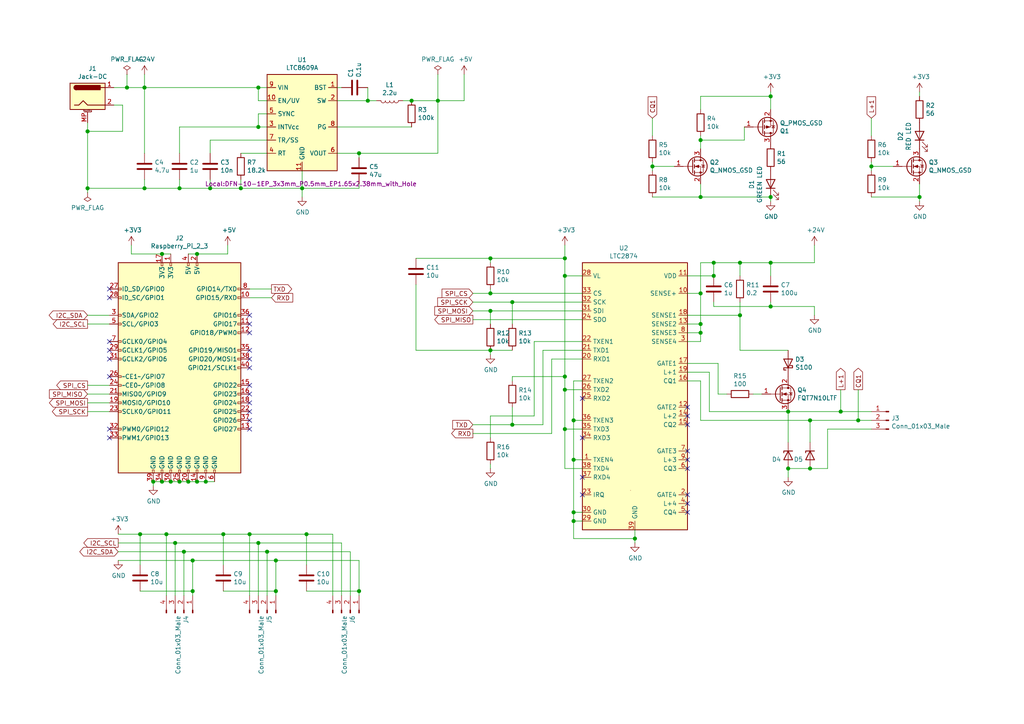
<source format=kicad_sch>
(kicad_sch (version 20210621) (generator eeschema)
  (paper "A4")
  (lib_symbols
    (symbol "Connector:Barrel_Jack_MountingPin" (pin_names hide)
      (property "Reference" "J" (at 0 5.334 0))
      (property "Value" "Barrel_Jack_MountingPin" (at 1.27 -6.35 0))
      (symbol "Barrel_Jack_MountingPin_1_1"
        (text "Mounting" (at 0 -4.191 0) (effects (font (size 0.381 0.381))))
        (pin passive line (at 7.62 2.54 180) (length 2.54) (name "~") (number "1"))
        (pin passive line (at 7.62 -2.54 180) (length 2.54) (name "~") (number "2"))
        (pin passive line (at 0 -7.62 90) (length 3.048) (name "MountPin") (number "MP"))
      )
    )
    (symbol "Connector:Conn_01x03_Male" (pin_names (offset 1.016) hide)
      (property "Reference" "J" (at 0 5.08 0))
      (property "Value" "Conn_01x03_Male" (at 0 -5.08 0))
      (symbol "Conn_01x03_Male_1_1"
        (pin passive line (at 5.08 2.54 180) (length 3.81) (name "Pin_1") (number "1"))
        (pin passive line (at 5.08 0 180) (length 3.81) (name "Pin_2") (number "2"))
        (pin passive line (at 5.08 -2.54 180) (length 3.81) (name "Pin_3") (number "3"))
      )
    )
    (symbol "Connector:Conn_01x04_Male" (pin_names (offset 1.016) hide)
      (property "Reference" "J" (at 0 5.08 0))
      (property "Value" "Conn_01x04_Male" (at 0 -7.62 0))
      (symbol "Conn_01x04_Male_1_1"
        (pin passive line (at 5.08 2.54 180) (length 3.81) (name "Pin_1") (number "1"))
        (pin passive line (at 5.08 0 180) (length 3.81) (name "Pin_2") (number "2"))
        (pin passive line (at 5.08 -2.54 180) (length 3.81) (name "Pin_3") (number "3"))
        (pin passive line (at 5.08 -5.08 180) (length 3.81) (name "Pin_4") (number "4"))
      )
    )
    (symbol "Device:C" (pin_numbers hide) (pin_names (offset 0.254))
      (property "Reference" "C" (at 0.635 2.54 0))
      (property "Value" "C" (at 0.635 -2.54 0))
      (symbol "C_1_1"
        (pin passive line (at 0 3.81 270) (length 2.794) (name "~") (number "1"))
        (pin passive line (at 0 -3.81 90) (length 2.794) (name "~") (number "2"))
      )
    )
    (symbol "Device:D_Schottky" (pin_numbers hide) (pin_names (offset 1.016) hide)
      (property "Reference" "D" (at 0 2.54 0))
      (property "Value" "D_Schottky" (at 0 -2.54 0))
      (symbol "D_Schottky_1_1"
        (pin passive line (at -3.81 0 0) (length 2.54) (name "K") (number "1"))
        (pin passive line (at 3.81 0 180) (length 2.54) (name "A") (number "2"))
      )
    )
    (symbol "Device:D_Zener" (pin_numbers hide) (pin_names (offset 1.016) hide)
      (property "Reference" "D" (at 0 2.54 0))
      (property "Value" "D_Zener" (at 0 -2.54 0))
      (symbol "D_Zener_1_1"
        (pin passive line (at -3.81 0 0) (length 2.54) (name "K") (number "1"))
        (pin passive line (at 3.81 0 180) (length 2.54) (name "A") (number "2"))
      )
    )
    (symbol "Device:L" (pin_numbers hide) (pin_names (offset 1.016) hide)
      (property "Reference" "L" (at -1.27 0 90))
      (property "Value" "L" (at 1.905 0 90))
      (symbol "L_1_1"
        (pin passive line (at 0 3.81 270) (length 1.27) (name "1") (number "1"))
        (pin passive line (at 0 -3.81 90) (length 1.27) (name "2") (number "2"))
      )
    )
    (symbol "Device:LED" (pin_numbers hide) (pin_names (offset 1.016) hide)
      (property "Reference" "D" (at 0 2.54 0))
      (property "Value" "LED" (at 0 -2.54 0))
      (symbol "LED_1_1"
        (pin passive line (at -3.81 0 0) (length 2.54) (name "K") (number "1"))
        (pin passive line (at 3.81 0 180) (length 2.54) (name "A") (number "2"))
      )
    )
    (symbol "Device:Q_NMOS_GDS" (pin_names (offset 0) hide)
      (property "Reference" "Q" (at 5.08 1.27 0))
      (property "Value" "Q_NMOS_GDS" (at 5.08 -1.27 0))
      (symbol "Q_NMOS_GDS_1_1"
        (pin input line (at -5.08 0 0) (length 2.54) (name "G") (number "1"))
        (pin passive line (at 2.54 5.08 270) (length 2.54) (name "D") (number "2"))
        (pin passive line (at 2.54 -5.08 90) (length 2.54) (name "S") (number "3"))
      )
    )
    (symbol "Device:Q_NMOS_GSD" (pin_names (offset 0) hide)
      (property "Reference" "Q" (at 5.08 1.27 0))
      (property "Value" "Q_NMOS_GSD" (at 5.08 -1.27 0))
      (symbol "Q_NMOS_GSD_1_1"
        (pin input line (at -5.08 0 0) (length 2.54) (name "G") (number "1"))
        (pin passive line (at 2.54 -5.08 90) (length 2.54) (name "S") (number "2"))
        (pin passive line (at 2.54 5.08 270) (length 2.54) (name "D") (number "3"))
      )
    )
    (symbol "Device:Q_PMOS_GSD" (pin_names (offset 0) hide)
      (property "Reference" "Q" (at 5.08 1.27 0))
      (property "Value" "Q_PMOS_GSD" (at 5.08 -1.27 0))
      (symbol "Q_PMOS_GSD_1_1"
        (pin input line (at -5.08 0 0) (length 2.54) (name "G") (number "1"))
        (pin passive line (at 2.54 -5.08 90) (length 2.54) (name "S") (number "2"))
        (pin passive line (at 2.54 5.08 270) (length 2.54) (name "D") (number "3"))
      )
    )
    (symbol "Device:R" (pin_numbers hide) (pin_names (offset 0))
      (property "Reference" "R" (at 2.032 0 90))
      (property "Value" "R" (at 0 0 90))
      (symbol "R_1_1"
        (pin passive line (at 0 3.81 270) (length 1.27) (name "~") (number "1"))
        (pin passive line (at 0 -3.81 90) (length 1.27) (name "~") (number "2"))
      )
    )
    (symbol "Local:LTC2874"
      (property "Reference" "U" (at -15.24 8.89 0))
      (property "Value" "LTC2874" (at 4.064 8.89 0))
      (symbol "LTC2874_1_1"
        (pin input line (at -15.24 -49.53 0) (length 2.54) (name "TXEN4") (number "1"))
        (pin input line (at 15.24 -1.27 180) (length 2.54) (name "SENSE+") (number "10"))
        (pin power_in line (at 15.24 3.81 180) (length 2.54) (name "VDD") (number "11"))
        (pin input line (at 15.24 -34.29 180) (length 2.54) (name "GATE2") (number "12"))
        (pin input line (at 15.24 -10.16 180) (length 2.54) (name "SENSE2") (number "13"))
        (pin passive line (at 15.24 -36.83 180) (length 2.54) (name "L+2") (number "14"))
        (pin bidirectional line (at 15.24 -39.37 180) (length 2.54) (name "CQ2") (number "15"))
        (pin bidirectional line (at 15.24 -26.67 180) (length 2.54) (name "CQ1") (number "16"))
        (pin output line (at 15.24 -21.59 180) (length 2.54) (name "GATE1") (number "17"))
        (pin input line (at 15.24 -7.62 180) (length 2.54) (name "SENSE1") (number "18"))
        (pin passive line (at 15.24 -24.13 180) (length 2.54) (name "L+1") (number "19"))
        (pin bidirectional line (at 15.24 -59.69 180) (length 2.54) (name "GATE4") (number "2"))
        (pin output line (at -15.24 -20.32 0) (length 2.54) (name "RXD1") (number "20"))
        (pin input line (at -15.24 -17.78 0) (length 2.54) (name "TXD1") (number "21"))
        (pin input line (at -15.24 -15.24 0) (length 2.54) (name "TXEN1") (number "22"))
        (pin open_collector line (at -15.24 -59.69 0) (length 2.54) (name "IRQ") (number "23"))
        (pin output line (at -15.24 -8.89 0) (length 2.54) (name "SDO") (number "24"))
        (pin output line (at -15.24 -31.75 0) (length 2.54) (name "RXD2") (number "25"))
        (pin input line (at -15.24 -29.21 0) (length 2.54) (name "TXD2") (number "26"))
        (pin input line (at -15.24 -26.67 0) (length 2.54) (name "TXEN2") (number "27"))
        (pin power_in line (at -15.24 3.81 0) (length 2.54) (name "VL") (number "28"))
        (pin power_in line (at -15.24 -67.31 0) (length 2.54) (name "GND") (number "29"))
        (pin input line (at 15.24 -15.24 180) (length 2.54) (name "SENSE4") (number "3"))
        (pin power_in line (at -15.24 -64.77 0) (length 2.54) (name "GND") (number "30"))
        (pin input line (at -15.24 -6.35 0) (length 2.54) (name "SDI") (number "31"))
        (pin input line (at -15.24 -3.81 0) (length 2.54) (name "SCK") (number "32"))
        (pin input line (at -15.24 -1.27 0) (length 2.54) (name "CS") (number "33"))
        (pin output line (at -15.24 -43.18 0) (length 2.54) (name "RXD3") (number "34"))
        (pin input line (at -15.24 -40.64 0) (length 2.54) (name "TXD3") (number "35"))
        (pin input line (at -15.24 -38.1 0) (length 2.54) (name "TXEN3") (number "36"))
        (pin output line (at -15.24 -54.61 0) (length 2.54) (name "RXD4") (number "37"))
        (pin input line (at -15.24 -52.07 0) (length 2.54) (name "TXD4") (number "38"))
        (pin power_in line (at 0 -69.85 90) (length 2.54) (name "GND") (number "39"))
        (pin passive line (at 15.24 -62.23 180) (length 2.54) (name "L+4") (number "4"))
        (pin bidirectional line (at 15.24 -64.77 180) (length 2.54) (name "CQ4") (number "5"))
        (pin bidirectional line (at 15.24 -52.07 180) (length 2.54) (name "CQ3") (number "6"))
        (pin output line (at 15.24 -46.99 180) (length 2.54) (name "GATE3") (number "7"))
        (pin input line (at 15.24 -12.7 180) (length 2.54) (name "SENSE3") (number "8"))
        (pin passive line (at 15.24 -49.53 180) (length 2.54) (name "L+3") (number "9"))
      )
    )
    (symbol "Local:LTC8609-5"
      (property "Reference" "U" (at -8.89 19.05 0))
      (property "Value" "LTC8609-5" (at 5.08 19.05 0))
      (symbol "LTC8609-5_1_1"
        (pin passive line (at 10.16 13.97 180) (length 2.54) (name "BST") (number "1"))
        (pin input line (at -10.16 10.16 0) (length 2.54) (name "EN/UV") (number "10"))
        (pin power_in line (at 0 -10.16 90) (length 2.54) (name "GND") (number "11"))
        (pin power_out line (at 10.16 10.16 180) (length 2.54) (name "SW") (number "2"))
        (pin passive line (at -10.16 2.54 0) (length 2.54) (name "INTVcc") (number "3"))
        (pin passive line (at -10.16 -5.08 0) (length 2.54) (name "RT") (number "4"))
        (pin input line (at -10.16 6.35 0) (length 2.54) (name "SYNC") (number "5"))
        (pin passive line (at 10.16 -5.08 180) (length 2.54) (name "VOUT") (number "6"))
        (pin passive line (at -10.16 -1.27 0) (length 2.54) (name "TR/SS") (number "7"))
        (pin open_collector line (at 10.16 2.54 180) (length 2.54) (name "PG") (number "8"))
        (pin power_in line (at -10.16 13.97 0) (length 2.54) (name "VIN") (number "9"))
      )
    )
    (symbol "Local:Raspberry_Pi_2_3_edit" (pin_names (offset 1.016))
      (property "Reference" "J" (at -17.78 31.75 0))
      (property "Value" "Raspberry_Pi_2_3_edit" (at 10.16 -31.75 0))
      (symbol "Raspberry_Pi_2_3_edit_1_1"
        (pin power_out line (at 2.54 33.02 270) (length 2.54) (name "3V3") (number "1"))
        (pin bidirectional line (at -20.32 20.32 0) (length 2.54) (name "GPIO15/RXD") (number "10"))
        (pin bidirectional line (at -20.32 12.7 0) (length 2.54) (name "GPIO17") (number "11"))
        (pin bidirectional line (at -20.32 10.16 0) (length 2.54) (name "GPIO18/PWM0") (number "12"))
        (pin bidirectional line (at -20.32 -17.78 0) (length 2.54) (name "GPIO27") (number "13"))
        (pin power_in line (at -5.08 -33.02 90) (length 2.54) (name "GND") (number "14"))
        (pin bidirectional line (at -20.32 -5.08 0) (length 2.54) (name "GPIO22") (number "15"))
        (pin bidirectional line (at -20.32 -7.62 0) (length 2.54) (name "GPIO23") (number "16"))
        (pin power_in line (at 5.08 33.02 270) (length 2.54) (name "3V3") (number "17"))
        (pin bidirectional line (at -20.32 -10.16 0) (length 2.54) (name "GPIO24") (number "18"))
        (pin bidirectional line (at 20.32 -10.16 180) (length 2.54) (name "MOSI0/GPIO10") (number "19"))
        (pin power_in line (at -5.08 33.02 270) (length 2.54) (name "5V") (number "2"))
        (pin power_in line (at -2.54 -33.02 90) (length 2.54) (name "GND") (number "20"))
        (pin bidirectional line (at 20.32 -7.62 180) (length 2.54) (name "MISO0/GPIO9") (number "21"))
        (pin bidirectional line (at -20.32 -12.7 0) (length 2.54) (name "GPIO25") (number "22"))
        (pin bidirectional line (at 20.32 -12.7 180) (length 2.54) (name "SCLK0/GPIO11") (number "23"))
        (pin bidirectional line (at 20.32 -5.08 180) (length 2.54) (name "~CE0~/GPIO8") (number "24"))
        (pin power_in line (at 0 -33.02 90) (length 2.54) (name "GND") (number "25"))
        (pin bidirectional line (at 20.32 -2.54 180) (length 2.54) (name "~CE1~/GPIO7") (number "26"))
        (pin bidirectional line (at 20.32 22.86 180) (length 2.54) (name "ID_SD/GPIO0") (number "27"))
        (pin bidirectional line (at 20.32 20.32 180) (length 2.54) (name "ID_SC/GPIO1") (number "28"))
        (pin bidirectional line (at 20.32 5.08 180) (length 2.54) (name "GCLK1/GPIO5") (number "29"))
        (pin bidirectional line (at 20.32 15.24 180) (length 2.54) (name "SDA/GPIO2") (number "3"))
        (pin power_in line (at 2.54 -33.02 90) (length 2.54) (name "GND") (number "30"))
        (pin bidirectional line (at 20.32 2.54 180) (length 2.54) (name "GCLK2/GPIO6") (number "31"))
        (pin bidirectional line (at 20.32 -17.78 180) (length 2.54) (name "PWM0/GPIO12") (number "32"))
        (pin bidirectional line (at 20.32 -20.32 180) (length 2.54) (name "PWM1/GPIO13") (number "33"))
        (pin power_in line (at 5.08 -33.02 90) (length 2.54) (name "GND") (number "34"))
        (pin bidirectional line (at -20.32 5.08 0) (length 2.54) (name "GPIO19/MISO1") (number "35"))
        (pin bidirectional line (at -20.32 15.24 0) (length 2.54) (name "GPIO16") (number "36"))
        (pin bidirectional line (at -20.32 -15.24 0) (length 2.54) (name "GPIO26") (number "37"))
        (pin bidirectional line (at -20.32 2.54 0) (length 2.54) (name "GPIO20/MOSI1") (number "38"))
        (pin power_in line (at 7.62 -33.02 90) (length 2.54) (name "GND") (number "39"))
        (pin power_in line (at -2.54 33.02 270) (length 2.54) (name "5V") (number "4"))
        (pin bidirectional line (at -20.32 0 0) (length 2.54) (name "GPIO21/SCLK1") (number "40"))
        (pin bidirectional line (at 20.32 12.7 180) (length 2.54) (name "SCL/GPIO3") (number "5"))
        (pin power_in line (at -10.16 -33.02 90) (length 2.54) (name "GND") (number "6"))
        (pin bidirectional line (at 20.32 7.62 180) (length 2.54) (name "GCLK0/GPIO4") (number "7"))
        (pin bidirectional line (at -20.32 22.86 0) (length 2.54) (name "GPIO14/TXD") (number "8"))
        (pin power_in line (at -7.62 -33.02 90) (length 2.54) (name "GND") (number "9"))
      )
    )
    (symbol "power:+24V" (power) (pin_names (offset 0))
      (property "Value" "+24V" (at 0 3.556 0))
      (symbol "+24V_1_1"
        (pin power_in line (at 0 0 90) (length 0) hide (name "+24V") (number "1"))
      )
    )
    (symbol "power:+3.3V" (power) (pin_names (offset 0))
      (property "Value" "+3.3V" (at 0 3.556 0))
      (symbol "+3.3V_1_1"
        (pin power_in line (at 0 0 90) (length 0) hide (name "+3V3") (number "1"))
      )
    )
    (symbol "power:+5V" (power) (pin_names (offset 0))
      (property "Value" "+5V" (at 0 3.556 0))
      (symbol "+5V_1_1"
        (pin power_in line (at 0 0 90) (length 0) hide (name "+5V") (number "1"))
      )
    )
    (symbol "power:GND" (power) (pin_names (offset 0))
      (property "Value" "GND" (at 0 -3.81 0))
      (symbol "GND_1_1"
        (pin power_in line (at 0 0 270) (length 0) hide (name "GND") (number "1"))
      )
    )
    (symbol "power:PWR_FLAG" (power) (pin_numbers hide) (pin_names (offset 0) hide)
      (property "Value" "PWR_FLAG" (at 0 3.81 0))
      (symbol "PWR_FLAG_0_0"
        (pin power_out line (at 0 0 90) (length 0) (name "pwr") (number "1"))
      )
    )
  )
  (junction (at 25.4 38.1) (diameter 1.016))
  (junction (at 25.4 54.61) (diameter 1.016))
  (junction (at 36.83 25.4) (diameter 1.016))
  (junction (at 40.64 154.94) (diameter 1.016))
  (junction (at 41.91 25.4) (diameter 1.016))
  (junction (at 41.91 54.61) (diameter 1.016))
  (junction (at 44.45 139.7) (diameter 1.016))
  (junction (at 46.99 73.66) (diameter 1.016))
  (junction (at 46.99 139.7) (diameter 1.016))
  (junction (at 48.26 154.94) (diameter 1.016))
  (junction (at 49.53 139.7) (diameter 1.016))
  (junction (at 50.8 157.48) (diameter 1.016))
  (junction (at 52.07 54.61) (diameter 1.016))
  (junction (at 52.07 139.7) (diameter 1.016))
  (junction (at 53.34 160.02) (diameter 1.016))
  (junction (at 54.61 139.7) (diameter 1.016))
  (junction (at 55.88 162.56) (diameter 1.016))
  (junction (at 55.88 171.45) (diameter 1.016))
  (junction (at 57.15 73.66) (diameter 1.016))
  (junction (at 57.15 139.7) (diameter 1.016))
  (junction (at 59.69 139.7) (diameter 1.016))
  (junction (at 60.96 54.61) (diameter 1.016))
  (junction (at 64.77 154.94) (diameter 1.016))
  (junction (at 69.85 54.61) (diameter 1.016))
  (junction (at 72.39 154.94) (diameter 1.016))
  (junction (at 74.93 25.4) (diameter 1.016))
  (junction (at 74.93 36.83) (diameter 1.016))
  (junction (at 74.93 157.48) (diameter 1.016))
  (junction (at 77.47 160.02) (diameter 1.016))
  (junction (at 80.01 162.56) (diameter 1.016))
  (junction (at 80.01 171.45) (diameter 1.016))
  (junction (at 87.63 54.61) (diameter 1.016))
  (junction (at 88.9 154.94) (diameter 1.016))
  (junction (at 104.14 44.45) (diameter 1.016))
  (junction (at 104.14 171.45) (diameter 1.016))
  (junction (at 106.68 29.21) (diameter 1.016))
  (junction (at 119.38 29.21) (diameter 1.016))
  (junction (at 127 29.21) (diameter 1.016))
  (junction (at 142.24 74.93) (diameter 1.016))
  (junction (at 142.24 85.09) (diameter 1.016))
  (junction (at 142.24 90.17) (diameter 1.016))
  (junction (at 142.24 101.6) (diameter 1.016))
  (junction (at 148.59 87.63) (diameter 1.016))
  (junction (at 148.59 123.19) (diameter 1.016))
  (junction (at 163.83 74.93) (diameter 1.016))
  (junction (at 163.83 80.01) (diameter 1.016))
  (junction (at 163.83 109.22) (diameter 1.016))
  (junction (at 163.83 113.03) (diameter 1.016))
  (junction (at 163.83 124.46) (diameter 1.016))
  (junction (at 166.37 121.92) (diameter 1.016))
  (junction (at 166.37 133.35) (diameter 1.016))
  (junction (at 166.37 148.59) (diameter 1.016))
  (junction (at 166.37 151.13) (diameter 1.016))
  (junction (at 184.15 156.21) (diameter 1.016))
  (junction (at 189.23 48.26) (diameter 1.016))
  (junction (at 203.2 40.64) (diameter 1.016))
  (junction (at 203.2 57.15) (diameter 1.016))
  (junction (at 203.2 85.09) (diameter 1.016))
  (junction (at 203.2 93.98) (diameter 1.016))
  (junction (at 203.2 96.52) (diameter 1.016))
  (junction (at 207.01 76.2) (diameter 1.016))
  (junction (at 207.01 80.01) (diameter 1.016))
  (junction (at 214.63 76.2) (diameter 1.016))
  (junction (at 214.63 91.44) (diameter 1.016))
  (junction (at 223.52 27.94) (diameter 1.016))
  (junction (at 223.52 57.15) (diameter 1.016))
  (junction (at 223.52 76.2) (diameter 1.016))
  (junction (at 223.52 88.9) (diameter 1.016))
  (junction (at 228.6 119.38) (diameter 1.016))
  (junction (at 228.6 135.89) (diameter 1.016))
  (junction (at 234.95 121.92) (diameter 1.016))
  (junction (at 234.95 135.89) (diameter 1.016))
  (junction (at 243.84 119.38) (diameter 1.016))
  (junction (at 248.92 121.92) (diameter 1.016))
  (junction (at 252.73 48.26) (diameter 1.016))
  (junction (at 266.7 57.15) (diameter 1.016))
  (no_connect (at 31.75 83.82))
  (no_connect (at 31.75 86.36))
  (no_connect (at 31.75 99.06))
  (no_connect (at 31.75 101.6))
  (no_connect (at 31.75 104.14))
  (no_connect (at 31.75 109.22))
  (no_connect (at 31.75 124.46))
  (no_connect (at 31.75 127))
  (no_connect (at 72.39 91.44))
  (no_connect (at 72.39 93.98))
  (no_connect (at 72.39 96.52))
  (no_connect (at 72.39 101.6))
  (no_connect (at 72.39 104.14))
  (no_connect (at 72.39 106.68))
  (no_connect (at 72.39 111.76))
  (no_connect (at 72.39 114.3))
  (no_connect (at 72.39 116.84))
  (no_connect (at 72.39 119.38))
  (no_connect (at 72.39 121.92))
  (no_connect (at 72.39 124.46))
  (no_connect (at 168.91 115.57))
  (no_connect (at 168.91 127))
  (no_connect (at 168.91 138.43))
  (no_connect (at 168.91 143.51))
  (no_connect (at 199.39 118.11))
  (no_connect (at 199.39 120.65))
  (no_connect (at 199.39 123.19))
  (no_connect (at 199.39 130.81))
  (no_connect (at 199.39 133.35))
  (no_connect (at 199.39 135.89))
  (no_connect (at 199.39 143.51))
  (no_connect (at 199.39 146.05))
  (no_connect (at 199.39 148.59))
  (wire (pts (xy 25.4 38.1) (xy 25.4 35.56)))
  (wire (pts (xy 25.4 38.1) (xy 25.4 54.61)))
  (wire (pts (xy 25.4 54.61) (xy 25.4 55.88)))
  (wire (pts (xy 25.4 54.61) (xy 41.91 54.61)))
  (wire (pts (xy 25.4 111.76) (xy 31.75 111.76)))
  (wire (pts (xy 25.4 116.84) (xy 31.75 116.84)))
  (wire (pts (xy 31.75 91.44) (xy 25.4 91.44)))
  (wire (pts (xy 31.75 93.98) (xy 25.4 93.98)))
  (wire (pts (xy 31.75 114.3) (xy 25.4 114.3)))
  (wire (pts (xy 31.75 119.38) (xy 25.4 119.38)))
  (wire (pts (xy 33.02 25.4) (xy 36.83 25.4)))
  (wire (pts (xy 33.02 30.48) (xy 35.56 30.48)))
  (wire (pts (xy 34.29 154.94) (xy 40.64 154.94)))
  (wire (pts (xy 34.29 157.48) (xy 50.8 157.48)))
  (wire (pts (xy 34.29 160.02) (xy 53.34 160.02)))
  (wire (pts (xy 34.29 162.56) (xy 55.88 162.56)))
  (wire (pts (xy 35.56 30.48) (xy 35.56 38.1)))
  (wire (pts (xy 35.56 38.1) (xy 25.4 38.1)))
  (wire (pts (xy 36.83 21.59) (xy 36.83 25.4)))
  (wire (pts (xy 36.83 25.4) (xy 41.91 25.4)))
  (wire (pts (xy 38.1 73.66) (xy 38.1 71.12)))
  (wire (pts (xy 40.64 154.94) (xy 48.26 154.94)))
  (wire (pts (xy 40.64 163.83) (xy 40.64 154.94)))
  (wire (pts (xy 40.64 171.45) (xy 55.88 171.45)))
  (wire (pts (xy 41.91 21.59) (xy 41.91 25.4)))
  (wire (pts (xy 41.91 44.45) (xy 41.91 25.4)))
  (wire (pts (xy 41.91 52.07) (xy 41.91 54.61)))
  (wire (pts (xy 41.91 54.61) (xy 52.07 54.61)))
  (wire (pts (xy 44.45 139.7) (xy 44.45 137.16)))
  (wire (pts (xy 44.45 139.7) (xy 46.99 139.7)))
  (wire (pts (xy 44.45 140.97) (xy 44.45 139.7)))
  (wire (pts (xy 46.99 73.66) (xy 38.1 73.66)))
  (wire (pts (xy 46.99 139.7) (xy 49.53 139.7)))
  (wire (pts (xy 48.26 154.94) (xy 64.77 154.94)))
  (wire (pts (xy 48.26 172.72) (xy 48.26 154.94)))
  (wire (pts (xy 49.53 73.66) (xy 46.99 73.66)))
  (wire (pts (xy 49.53 139.7) (xy 52.07 139.7)))
  (wire (pts (xy 50.8 157.48) (xy 74.93 157.48)))
  (wire (pts (xy 50.8 172.72) (xy 50.8 157.48)))
  (wire (pts (xy 52.07 36.83) (xy 52.07 44.45)))
  (wire (pts (xy 52.07 52.07) (xy 52.07 54.61)))
  (wire (pts (xy 52.07 139.7) (xy 54.61 139.7)))
  (wire (pts (xy 53.34 160.02) (xy 77.47 160.02)))
  (wire (pts (xy 53.34 172.72) (xy 53.34 160.02)))
  (wire (pts (xy 54.61 139.7) (xy 57.15 139.7)))
  (wire (pts (xy 55.88 162.56) (xy 80.01 162.56)))
  (wire (pts (xy 55.88 171.45) (xy 55.88 162.56)))
  (wire (pts (xy 55.88 172.72) (xy 55.88 171.45)))
  (wire (pts (xy 57.15 73.66) (xy 54.61 73.66)))
  (wire (pts (xy 57.15 139.7) (xy 59.69 139.7)))
  (wire (pts (xy 59.69 139.7) (xy 62.23 139.7)))
  (wire (pts (xy 60.96 40.64) (xy 77.47 40.64)))
  (wire (pts (xy 60.96 44.45) (xy 60.96 40.64)))
  (wire (pts (xy 60.96 52.07) (xy 60.96 54.61)))
  (wire (pts (xy 60.96 54.61) (xy 52.07 54.61)))
  (wire (pts (xy 64.77 154.94) (xy 64.77 163.83)))
  (wire (pts (xy 64.77 154.94) (xy 72.39 154.94)))
  (wire (pts (xy 64.77 171.45) (xy 80.01 171.45)))
  (wire (pts (xy 66.04 71.12) (xy 66.04 73.66)))
  (wire (pts (xy 66.04 73.66) (xy 57.15 73.66)))
  (wire (pts (xy 69.85 52.07) (xy 69.85 54.61)))
  (wire (pts (xy 69.85 54.61) (xy 60.96 54.61)))
  (wire (pts (xy 72.39 83.82) (xy 78.74 83.82)))
  (wire (pts (xy 72.39 154.94) (xy 88.9 154.94)))
  (wire (pts (xy 72.39 172.72) (xy 72.39 154.94)))
  (wire (pts (xy 74.93 25.4) (xy 41.91 25.4)))
  (wire (pts (xy 74.93 25.4) (xy 77.47 25.4)))
  (wire (pts (xy 74.93 29.21) (xy 74.93 25.4)))
  (wire (pts (xy 74.93 33.02) (xy 74.93 36.83)))
  (wire (pts (xy 74.93 36.83) (xy 52.07 36.83)))
  (wire (pts (xy 74.93 157.48) (xy 99.06 157.48)))
  (wire (pts (xy 74.93 172.72) (xy 74.93 157.48)))
  (wire (pts (xy 77.47 29.21) (xy 74.93 29.21)))
  (wire (pts (xy 77.47 33.02) (xy 74.93 33.02)))
  (wire (pts (xy 77.47 36.83) (xy 74.93 36.83)))
  (wire (pts (xy 77.47 44.45) (xy 69.85 44.45)))
  (wire (pts (xy 77.47 160.02) (xy 101.6 160.02)))
  (wire (pts (xy 77.47 172.72) (xy 77.47 160.02)))
  (wire (pts (xy 78.74 86.36) (xy 72.39 86.36)))
  (wire (pts (xy 80.01 162.56) (xy 104.14 162.56)))
  (wire (pts (xy 80.01 171.45) (xy 80.01 162.56)))
  (wire (pts (xy 80.01 172.72) (xy 80.01 171.45)))
  (wire (pts (xy 87.63 49.53) (xy 87.63 54.61)))
  (wire (pts (xy 87.63 54.61) (xy 69.85 54.61)))
  (wire (pts (xy 87.63 54.61) (xy 104.14 54.61)))
  (wire (pts (xy 87.63 57.15) (xy 87.63 54.61)))
  (wire (pts (xy 88.9 154.94) (xy 88.9 163.83)))
  (wire (pts (xy 88.9 154.94) (xy 96.52 154.94)))
  (wire (pts (xy 88.9 171.45) (xy 104.14 171.45)))
  (wire (pts (xy 96.52 172.72) (xy 96.52 154.94)))
  (wire (pts (xy 97.79 29.21) (xy 106.68 29.21)))
  (wire (pts (xy 97.79 36.83) (xy 119.38 36.83)))
  (wire (pts (xy 97.79 44.45) (xy 104.14 44.45)))
  (wire (pts (xy 99.06 25.4) (xy 97.79 25.4)))
  (wire (pts (xy 99.06 172.72) (xy 99.06 157.48)))
  (wire (pts (xy 101.6 172.72) (xy 101.6 160.02)))
  (wire (pts (xy 104.14 44.45) (xy 127 44.45)))
  (wire (pts (xy 104.14 45.72) (xy 104.14 44.45)))
  (wire (pts (xy 104.14 53.34) (xy 104.14 54.61)))
  (wire (pts (xy 104.14 171.45) (xy 104.14 162.56)))
  (wire (pts (xy 104.14 172.72) (xy 104.14 171.45)))
  (wire (pts (xy 106.68 29.21) (xy 106.68 25.4)))
  (wire (pts (xy 109.22 29.21) (xy 106.68 29.21)))
  (wire (pts (xy 116.84 29.21) (xy 119.38 29.21)))
  (wire (pts (xy 119.38 29.21) (xy 127 29.21)))
  (wire (pts (xy 120.65 82.55) (xy 120.65 101.6)))
  (wire (pts (xy 120.65 101.6) (xy 142.24 101.6)))
  (wire (pts (xy 127 21.59) (xy 127 29.21)))
  (wire (pts (xy 127 29.21) (xy 134.62 29.21)))
  (wire (pts (xy 127 44.45) (xy 127 29.21)))
  (wire (pts (xy 134.62 21.59) (xy 134.62 29.21)))
  (wire (pts (xy 137.16 85.09) (xy 142.24 85.09)))
  (wire (pts (xy 137.16 87.63) (xy 148.59 87.63)))
  (wire (pts (xy 137.16 92.71) (xy 168.91 92.71)))
  (wire (pts (xy 137.16 123.19) (xy 148.59 123.19)))
  (wire (pts (xy 137.16 125.73) (xy 160.02 125.73)))
  (wire (pts (xy 142.24 74.93) (xy 120.65 74.93)))
  (wire (pts (xy 142.24 74.93) (xy 163.83 74.93)))
  (wire (pts (xy 142.24 76.2) (xy 142.24 74.93)))
  (wire (pts (xy 142.24 83.82) (xy 142.24 85.09)))
  (wire (pts (xy 142.24 85.09) (xy 168.91 85.09)))
  (wire (pts (xy 142.24 90.17) (xy 137.16 90.17)))
  (wire (pts (xy 142.24 90.17) (xy 168.91 90.17)))
  (wire (pts (xy 142.24 93.98) (xy 142.24 90.17)))
  (wire (pts (xy 142.24 101.6) (xy 142.24 102.87)))
  (wire (pts (xy 142.24 101.6) (xy 148.59 101.6)))
  (wire (pts (xy 142.24 120.65) (xy 142.24 127)))
  (wire (pts (xy 142.24 134.62) (xy 142.24 135.89)))
  (wire (pts (xy 148.59 87.63) (xy 168.91 87.63)))
  (wire (pts (xy 148.59 93.98) (xy 148.59 87.63)))
  (wire (pts (xy 148.59 109.22) (xy 163.83 109.22)))
  (wire (pts (xy 148.59 110.49) (xy 148.59 109.22)))
  (wire (pts (xy 148.59 123.19) (xy 148.59 118.11)))
  (wire (pts (xy 148.59 123.19) (xy 157.48 123.19)))
  (wire (pts (xy 154.94 99.06) (xy 154.94 120.65)))
  (wire (pts (xy 154.94 99.06) (xy 168.91 99.06)))
  (wire (pts (xy 154.94 120.65) (xy 142.24 120.65)))
  (wire (pts (xy 157.48 101.6) (xy 157.48 123.19)))
  (wire (pts (xy 160.02 104.14) (xy 160.02 125.73)))
  (wire (pts (xy 163.83 71.12) (xy 163.83 74.93)))
  (wire (pts (xy 163.83 74.93) (xy 163.83 80.01)))
  (wire (pts (xy 163.83 80.01) (xy 163.83 109.22)))
  (wire (pts (xy 163.83 80.01) (xy 168.91 80.01)))
  (wire (pts (xy 163.83 109.22) (xy 163.83 113.03)))
  (wire (pts (xy 163.83 113.03) (xy 163.83 124.46)))
  (wire (pts (xy 163.83 124.46) (xy 163.83 135.89)))
  (wire (pts (xy 166.37 110.49) (xy 166.37 121.92)))
  (wire (pts (xy 166.37 121.92) (xy 166.37 133.35)))
  (wire (pts (xy 166.37 133.35) (xy 166.37 148.59)))
  (wire (pts (xy 166.37 148.59) (xy 166.37 151.13)))
  (wire (pts (xy 166.37 151.13) (xy 166.37 156.21)))
  (wire (pts (xy 166.37 151.13) (xy 168.91 151.13)))
  (wire (pts (xy 168.91 101.6) (xy 157.48 101.6)))
  (wire (pts (xy 168.91 104.14) (xy 160.02 104.14)))
  (wire (pts (xy 168.91 110.49) (xy 166.37 110.49)))
  (wire (pts (xy 168.91 113.03) (xy 163.83 113.03)))
  (wire (pts (xy 168.91 121.92) (xy 166.37 121.92)))
  (wire (pts (xy 168.91 124.46) (xy 163.83 124.46)))
  (wire (pts (xy 168.91 133.35) (xy 166.37 133.35)))
  (wire (pts (xy 168.91 135.89) (xy 163.83 135.89)))
  (wire (pts (xy 168.91 148.59) (xy 166.37 148.59)))
  (wire (pts (xy 184.15 156.21) (xy 166.37 156.21)))
  (wire (pts (xy 184.15 156.21) (xy 184.15 153.67)))
  (wire (pts (xy 184.15 157.48) (xy 184.15 156.21)))
  (wire (pts (xy 189.23 39.37) (xy 189.23 34.29)))
  (wire (pts (xy 189.23 46.99) (xy 189.23 48.26)))
  (wire (pts (xy 189.23 48.26) (xy 189.23 49.53)))
  (wire (pts (xy 189.23 57.15) (xy 203.2 57.15)))
  (wire (pts (xy 195.58 48.26) (xy 189.23 48.26)))
  (wire (pts (xy 199.39 80.01) (xy 207.01 80.01)))
  (wire (pts (xy 199.39 85.09) (xy 203.2 85.09)))
  (wire (pts (xy 199.39 91.44) (xy 214.63 91.44)))
  (wire (pts (xy 199.39 96.52) (xy 203.2 96.52)))
  (wire (pts (xy 199.39 105.41) (xy 208.28 105.41)))
  (wire (pts (xy 199.39 110.49) (xy 203.2 110.49)))
  (wire (pts (xy 203.2 27.94) (xy 203.2 31.75)))
  (wire (pts (xy 203.2 27.94) (xy 223.52 27.94)))
  (wire (pts (xy 203.2 39.37) (xy 203.2 40.64)))
  (wire (pts (xy 203.2 40.64) (xy 203.2 43.18)))
  (wire (pts (xy 203.2 40.64) (xy 215.9 40.64)))
  (wire (pts (xy 203.2 53.34) (xy 203.2 57.15)))
  (wire (pts (xy 203.2 57.15) (xy 223.52 57.15)))
  (wire (pts (xy 203.2 76.2) (xy 207.01 76.2)))
  (wire (pts (xy 203.2 85.09) (xy 203.2 76.2)))
  (wire (pts (xy 203.2 85.09) (xy 203.2 93.98)))
  (wire (pts (xy 203.2 93.98) (xy 199.39 93.98)))
  (wire (pts (xy 203.2 96.52) (xy 203.2 93.98)))
  (wire (pts (xy 203.2 96.52) (xy 203.2 99.06)))
  (wire (pts (xy 203.2 99.06) (xy 199.39 99.06)))
  (wire (pts (xy 203.2 110.49) (xy 203.2 121.92)))
  (wire (pts (xy 203.2 121.92) (xy 234.95 121.92)))
  (wire (pts (xy 205.74 107.95) (xy 199.39 107.95)))
  (wire (pts (xy 205.74 107.95) (xy 205.74 119.38)))
  (wire (pts (xy 205.74 119.38) (xy 228.6 119.38)))
  (wire (pts (xy 207.01 76.2) (xy 214.63 76.2)))
  (wire (pts (xy 207.01 80.01) (xy 207.01 76.2)))
  (wire (pts (xy 207.01 87.63) (xy 207.01 88.9)))
  (wire (pts (xy 207.01 88.9) (xy 223.52 88.9)))
  (wire (pts (xy 208.28 105.41) (xy 208.28 114.3)))
  (wire (pts (xy 208.28 114.3) (xy 210.82 114.3)))
  (wire (pts (xy 214.63 76.2) (xy 214.63 80.01)))
  (wire (pts (xy 214.63 76.2) (xy 223.52 76.2)))
  (wire (pts (xy 214.63 87.63) (xy 214.63 91.44)))
  (wire (pts (xy 214.63 91.44) (xy 214.63 101.6)))
  (wire (pts (xy 214.63 101.6) (xy 228.6 101.6)))
  (wire (pts (xy 215.9 40.64) (xy 215.9 36.83)))
  (wire (pts (xy 218.44 114.3) (xy 220.98 114.3)))
  (wire (pts (xy 223.52 26.67) (xy 223.52 27.94)))
  (wire (pts (xy 223.52 27.94) (xy 223.52 31.75)))
  (wire (pts (xy 223.52 58.42) (xy 223.52 57.15)))
  (wire (pts (xy 223.52 76.2) (xy 223.52 80.01)))
  (wire (pts (xy 223.52 76.2) (xy 236.22 76.2)))
  (wire (pts (xy 223.52 87.63) (xy 223.52 88.9)))
  (wire (pts (xy 223.52 88.9) (xy 236.22 88.9)))
  (wire (pts (xy 228.6 128.27) (xy 228.6 119.38)))
  (wire (pts (xy 228.6 135.89) (xy 228.6 138.43)))
  (wire (pts (xy 234.95 121.92) (xy 234.95 128.27)))
  (wire (pts (xy 234.95 121.92) (xy 248.92 121.92)))
  (wire (pts (xy 234.95 135.89) (xy 228.6 135.89)))
  (wire (pts (xy 236.22 71.12) (xy 236.22 76.2)))
  (wire (pts (xy 236.22 88.9) (xy 236.22 91.44)))
  (wire (pts (xy 240.03 124.46) (xy 240.03 135.89)))
  (wire (pts (xy 240.03 124.46) (xy 252.73 124.46)))
  (wire (pts (xy 240.03 135.89) (xy 234.95 135.89)))
  (wire (pts (xy 243.84 113.03) (xy 243.84 119.38)))
  (wire (pts (xy 243.84 119.38) (xy 228.6 119.38)))
  (wire (pts (xy 248.92 113.03) (xy 248.92 121.92)))
  (wire (pts (xy 248.92 121.92) (xy 252.73 121.92)))
  (wire (pts (xy 252.73 39.37) (xy 252.73 34.29)))
  (wire (pts (xy 252.73 46.99) (xy 252.73 48.26)))
  (wire (pts (xy 252.73 48.26) (xy 252.73 49.53)))
  (wire (pts (xy 252.73 57.15) (xy 266.7 57.15)))
  (wire (pts (xy 252.73 119.38) (xy 243.84 119.38)))
  (wire (pts (xy 259.08 48.26) (xy 252.73 48.26)))
  (wire (pts (xy 266.7 27.94) (xy 266.7 26.67)))
  (wire (pts (xy 266.7 53.34) (xy 266.7 57.15)))
  (wire (pts (xy 266.7 57.15) (xy 266.7 58.42)))
  (global_label "I2C_SDA" (shape tri_state) (at 25.4 91.44 180) (property "Intersheet References" "${INTERSHEET_REFS}" (effects hide)))
  (global_label "I2C_SCL" (shape output) (at 25.4 93.98 180) (property "Intersheet References" "${INTERSHEET_REFS}" (effects hide)))
  (global_label "SPI_CS" (shape output) (at 25.4 111.76 180) (property "Intersheet References" "${INTERSHEET_REFS}" (effects hide)))
  (global_label "SPI_MISO" (shape input) (at 25.4 114.3 180) (property "Intersheet References" "${INTERSHEET_REFS}" (effects hide)))
  (global_label "SPI_MOSI" (shape output) (at 25.4 116.84 180) (property "Intersheet References" "${INTERSHEET_REFS}" (effects hide)))
  (global_label "SPI_SCK" (shape output) (at 25.4 119.38 180) (property "Intersheet References" "${INTERSHEET_REFS}" (effects hide)))
  (global_label "I2C_SCL" (shape output) (at 34.29 157.48 180) (property "Intersheet References" "${INTERSHEET_REFS}" (effects hide)))
  (global_label "I2C_SDA" (shape tri_state) (at 34.29 160.02 180) (property "Intersheet References" "${INTERSHEET_REFS}" (effects hide)))
  (global_label "TXD" (shape output) (at 78.74 83.82 0) (property "Intersheet References" "${INTERSHEET_REFS}" (effects hide)))
  (global_label "RXD" (shape input) (at 78.74 86.36 0) (property "Intersheet References" "${INTERSHEET_REFS}" (effects hide)))
  (global_label "SPI_CS" (shape input) (at 137.16 85.09 180) (property "Intersheet References" "${INTERSHEET_REFS}" (effects hide)))
  (global_label "SPI_SCK" (shape input) (at 137.16 87.63 180) (property "Intersheet References" "${INTERSHEET_REFS}" (effects hide)))
  (global_label "SPI_MOSI" (shape input) (at 137.16 90.17 180) (property "Intersheet References" "${INTERSHEET_REFS}" (effects hide)))
  (global_label "SPI_MISO" (shape output) (at 137.16 92.71 180) (property "Intersheet References" "${INTERSHEET_REFS}" (effects hide)))
  (global_label "TXD" (shape input) (at 137.16 123.19 180) (property "Intersheet References" "${INTERSHEET_REFS}" (effects hide)))
  (global_label "RXD" (shape output) (at 137.16 125.73 180) (property "Intersheet References" "${INTERSHEET_REFS}" (effects hide)))
  (global_label "CQ1" (shape input) (at 189.23 34.29 90) (property "Intersheet References" "${INTERSHEET_REFS}" (effects hide)))
  (global_label "L+1" (shape output) (at 243.84 113.03 90) (property "Intersheet References" "${INTERSHEET_REFS}" (effects hide)))
  (global_label "CQ1" (shape output) (at 248.92 113.03 90) (property "Intersheet References" "${INTERSHEET_REFS}" (effects hide)))
  (global_label "L+1" (shape input) (at 252.73 34.29 90) (property "Intersheet References" "${INTERSHEET_REFS}" (effects hide)))
  (symbol (lib_id "power:+3.3V") (at 34.29 154.94 0) (unit 1)
    (property "Reference" "#PWR016" (effects hide))
    (property "Value" "+3V3" (at 34.671 150.5458 0))
  )
  (symbol (lib_id "power:+3.3V") (at 38.1 71.12 0) (unit 1)
    (property "Reference" "#PWR08" (effects hide))
    (property "Value" "+3V3" (at 38.481 66.7258 0))
  )
  (symbol (lib_id "power:+24V") (at 41.91 21.59 0) (unit 1)
    (property "Reference" "#PWR02" (effects hide))
    (property "Value" "+24V" (at 42.291 17.1958 0))
  )
  (symbol (lib_id "power:+5V") (at 66.04 71.12 0) (unit 1)
    (property "Reference" "#PWR09" (effects hide))
    (property "Value" "+5V" (at 66.421 66.7258 0))
  )
  (symbol (lib_id "power:+5V") (at 134.62 21.59 0) (unit 1)
    (property "Reference" "#PWR03" (effects hide))
    (property "Value" "+5V" (at 135.001 17.1958 0))
  )
  (symbol (lib_id "power:+3.3V") (at 163.83 71.12 0) (unit 1)
    (property "Reference" "#PWR010" (effects hide))
    (property "Value" "+3V3" (at 164.211 66.7258 0))
  )
  (symbol (lib_id "power:+3.3V") (at 223.52 26.67 0) (unit 1)
    (property "Reference" "#PWR01" (effects hide))
    (property "Value" "+3V3" (at 223.901 22.2758 0))
  )
  (symbol (lib_id "power:+24V") (at 236.22 71.12 0) (unit 1)
    (property "Reference" "#PWR011" (effects hide))
    (property "Value" "+24V" (at 236.601 66.7258 0))
  )
  (symbol (lib_id "power:+3.3V") (at 266.7 26.67 0) (unit 1)
    (property "Reference" "#PWR04" (effects hide))
    (property "Value" "+3V3" (at 267.081 22.2758 0))
  )
  (symbol (lib_id "power:PWR_FLAG") (at 25.4 55.88 180) (unit 1)
    (property "Reference" "#FLG02" (effects hide))
    (property "Value" "PWR_FLAG" (at 25.4 60.2742 0))
  )
  (symbol (lib_id "power:PWR_FLAG") (at 36.83 21.59 0) (unit 1)
    (property "Reference" "#FLG01" (effects hide))
    (property "Value" "PWR_FLAG" (at 36.83 17.1958 0))
  )
  (symbol (lib_id "power:PWR_FLAG") (at 127 21.59 0) (unit 1)
    (property "Reference" "#FLG0101" (effects hide))
    (property "Value" "PWR_FLAG" (at 127 17.1958 0))
  )
  (symbol (lib_id "power:GND") (at 34.29 162.56 0) (unit 1)
    (property "Reference" "#PWR018" (effects hide))
    (property "Value" "GND" (at 34.417 166.9542 0))
  )
  (symbol (lib_id "power:GND") (at 44.45 140.97 0) (unit 1)
    (property "Reference" "#PWR015" (effects hide))
    (property "Value" "GND" (at 44.577 145.3642 0))
  )
  (symbol (lib_id "power:GND") (at 87.63 57.15 0) (unit 1)
    (property "Reference" "#PWR05" (effects hide))
    (property "Value" "GND" (at 87.757 61.5442 0))
  )
  (symbol (lib_id "power:GND") (at 142.24 102.87 0) (unit 1)
    (property "Reference" "#PWR013" (effects hide))
    (property "Value" "GND" (at 142.367 107.2642 0))
  )
  (symbol (lib_id "power:GND") (at 142.24 135.89 0) (unit 1)
    (property "Reference" "#PWR014" (effects hide))
    (property "Value" "GND" (at 142.367 140.2842 0))
  )
  (symbol (lib_id "power:GND") (at 184.15 157.48 0) (unit 1)
    (property "Reference" "#PWR017" (effects hide))
    (property "Value" "GND" (at 184.277 161.8742 0))
  )
  (symbol (lib_id "power:GND") (at 223.52 58.42 0) (unit 1)
    (property "Reference" "#PWR06" (effects hide))
    (property "Value" "GND" (at 223.647 62.8142 0))
  )
  (symbol (lib_id "power:GND") (at 228.6 138.43 0) (unit 1)
    (property "Reference" "#PWR0101" (effects hide))
    (property "Value" "GND" (at 228.727 142.8242 0))
  )
  (symbol (lib_id "power:GND") (at 236.22 91.44 0) (unit 1)
    (property "Reference" "#PWR012" (effects hide))
    (property "Value" "GND" (at 236.347 95.8342 0))
  )
  (symbol (lib_id "power:GND") (at 266.7 58.42 0) (unit 1)
    (property "Reference" "#PWR07" (effects hide))
    (property "Value" "GND" (at 266.827 62.8142 0))
  )
  (symbol (lib_id "Device:L") (at 113.03 29.21 270) (unit 1)
    (property "Reference" "L1" (at 113.03 24.6126 90))
    (property "Value" "2.2u" (at 113.03 26.924 90))
    (property "Footprint" "Local:L_TDK_SPM5030VT" (effects hide))
    (property "Mouser" "810-SPM5030VT-2R2M-D" (effects hide))
  )
  (symbol (lib_id "Device:R") (at 69.85 48.26 0) (unit 1)
    (property "Reference" "R7" (at 71.628 47.0916 0) (effects (justify left)))
    (property "Value" "18.2k" (at 71.628 49.403 0) (effects (justify left)))
    (property "Footprint" "Resistor_SMD:R_0805_2012Metric_Pad1.20x1.40mm_HandSolder" (effects hide))
    (property "Mouser" "667-ERJ-6ENF1822V" (effects hide))
  )
  (symbol (lib_id "Device:R") (at 119.38 33.02 0) (unit 1)
    (property "Reference" "R3" (at 121.158 31.8516 0) (effects (justify left)))
    (property "Value" "100k" (at 121.158 34.163 0) (effects (justify left)))
    (property "Footprint" "Resistor_SMD:R_0805_2012Metric_Pad1.20x1.40mm_HandSolder" (effects hide))
    (property "Mouser" "667-ERJ-6GEYJ104V" (effects hide))
  )
  (symbol (lib_id "Device:R") (at 142.24 80.01 0) (unit 1)
    (property "Reference" "R10" (at 144.018 78.8416 0) (effects (justify left)))
    (property "Value" "10k" (at 144.018 81.153 0) (effects (justify left)))
    (property "Footprint" "Resistor_SMD:R_0805_2012Metric_Pad1.20x1.40mm_HandSolder" (effects hide))
    (property "Mouser" "667-ERJ-6ENF1002V" (effects hide))
  )
  (symbol (lib_id "Device:R") (at 142.24 97.79 0) (unit 1)
    (property "Reference" "R12" (at 144.018 96.6216 0) (effects (justify left)))
    (property "Value" "10k" (at 144.018 98.933 0) (effects (justify left)))
    (property "Footprint" "Resistor_SMD:R_0805_2012Metric_Pad1.20x1.40mm_HandSolder" (effects hide))
    (property "Mouser" "667-ERJ-6ENF1002V" (effects hide))
  )
  (symbol (lib_id "Device:R") (at 142.24 130.81 0) (unit 1)
    (property "Reference" "R16" (at 144.018 129.6416 0) (effects (justify left)))
    (property "Value" "10k" (at 144.018 131.953 0) (effects (justify left)))
    (property "Footprint" "Resistor_SMD:R_0805_2012Metric_Pad1.20x1.40mm_HandSolder" (effects hide))
    (property "Mouser" "667-ERJ-6ENF1002V" (effects hide))
  )
  (symbol (lib_id "Device:R") (at 148.59 97.79 0) (unit 1)
    (property "Reference" "R13" (at 150.368 96.6216 0) (effects (justify left)))
    (property "Value" "10k" (at 150.368 98.933 0) (effects (justify left)))
    (property "Footprint" "Resistor_SMD:R_0805_2012Metric_Pad1.20x1.40mm_HandSolder" (effects hide))
    (property "Mouser" "667-ERJ-6ENF1002V" (effects hide))
  )
  (symbol (lib_id "Device:R") (at 148.59 114.3 0) (unit 1)
    (property "Reference" "R14" (at 150.368 113.1316 0) (effects (justify left)))
    (property "Value" "10k" (at 150.368 115.443 0) (effects (justify left)))
    (property "Footprint" "Resistor_SMD:R_0805_2012Metric_Pad1.20x1.40mm_HandSolder" (effects hide))
    (property "Mouser" "667-ERJ-6ENF1002V" (effects hide))
  )
  (symbol (lib_id "Device:R") (at 189.23 43.18 0) (unit 1)
    (property "Reference" "R5" (at 191.008 42.0116 0) (effects (justify left)))
    (property "Value" "10k" (at 191.008 44.323 0) (effects (justify left)))
    (property "Footprint" "Resistor_SMD:R_0805_2012Metric_Pad1.20x1.40mm_HandSolder" (effects hide))
    (property "Mouser" "667-ERJ-6ENF1002V" (effects hide))
  )
  (symbol (lib_id "Device:R") (at 189.23 53.34 0) (unit 1)
    (property "Reference" "R8" (at 191.008 52.1716 0) (effects (justify left)))
    (property "Value" "10k" (at 191.008 54.483 0) (effects (justify left)))
    (property "Footprint" "Resistor_SMD:R_0805_2012Metric_Pad1.20x1.40mm_HandSolder" (effects hide))
    (property "Mouser" "667-ERJ-6ENF1002V" (effects hide))
  )
  (symbol (lib_id "Device:R") (at 203.2 35.56 0) (unit 1)
    (property "Reference" "R4" (at 204.978 34.3916 0) (effects (justify left)))
    (property "Value" "10k" (at 204.978 36.703 0) (effects (justify left)))
    (property "Footprint" "Resistor_SMD:R_0805_2012Metric_Pad1.20x1.40mm_HandSolder" (effects hide))
    (property "Mouser" "667-ERJ-6ENF1002V" (effects hide))
  )
  (symbol (lib_id "Device:R") (at 214.63 83.82 180) (unit 1)
    (property "Reference" "R11" (at 216.408 82.6516 0) (effects (justify right)))
    (property "Value" "0.2" (at 216.408 84.963 0) (effects (justify right)))
    (property "Footprint" "Resistor_SMD:R_0805_2012Metric_Pad1.20x1.40mm_HandSolder" (effects hide))
    (property "Mouser" "667-ERJ-6BSFR20V" (effects hide))
  )
  (symbol (lib_id "Device:R") (at 214.63 114.3 270) (unit 1)
    (property "Reference" "R15" (at 214.63 109.0422 90))
    (property "Value" "100" (at 214.63 111.3536 90))
    (property "Footprint" "Resistor_SMD:R_0805_2012Metric_Pad1.20x1.40mm_HandSolder" (effects hide))
    (property "Mouser" "667-ERJ-6ENF1000V" (effects hide))
  )
  (symbol (lib_id "Device:R") (at 223.52 45.72 0) (unit 1)
    (property "Reference" "R1" (at 225.298 44.5516 0) (effects (justify left)))
    (property "Value" "56" (at 225.298 46.863 0) (effects (justify left)))
    (property "Footprint" "Resistor_SMD:R_0805_2012Metric_Pad1.20x1.40mm_HandSolder" (effects hide))
    (property "Mouser" "667-ERJ-6ENF56R0V" (effects hide))
  )
  (symbol (lib_id "Device:R") (at 252.73 43.18 0) (unit 1)
    (property "Reference" "R6" (at 254.508 42.0116 0) (effects (justify left)))
    (property "Value" "10k" (at 254.508 44.323 0) (effects (justify left)))
    (property "Footprint" "Resistor_SMD:R_0805_2012Metric_Pad1.20x1.40mm_HandSolder" (effects hide))
    (property "Mouser" "667-ERJ-6ENF1002V" (effects hide))
  )
  (symbol (lib_id "Device:R") (at 252.73 53.34 0) (unit 1)
    (property "Reference" "R9" (at 254.508 52.1716 0) (effects (justify left)))
    (property "Value" "10k" (at 254.508 54.483 0) (effects (justify left)))
    (property "Footprint" "Resistor_SMD:R_0805_2012Metric_Pad1.20x1.40mm_HandSolder" (effects hide))
    (property "Mouser" "667-ERJ-6ENF1002V" (effects hide))
  )
  (symbol (lib_id "Device:R") (at 266.7 31.75 0) (unit 1)
    (property "Reference" "R2" (at 268.478 30.5816 0) (effects (justify left)))
    (property "Value" "56" (at 268.478 32.893 0) (effects (justify left)))
    (property "Footprint" "Resistor_SMD:R_0805_2012Metric_Pad1.20x1.40mm_HandSolder" (effects hide))
    (property "Mouser" "667-ERJ-6ENF56R0V" (effects hide))
  )
  (symbol (lib_id "Device:D_Schottky") (at 228.6 105.41 90) (unit 1)
    (property "Reference" "D3" (at 230.632 104.2416 90) (effects (justify right)))
    (property "Value" "S100" (at 230.632 106.553 90) (effects (justify right)))
    (property "Footprint" "Diode_SMD:D_SMA_Handsoldering" (effects hide))
    (property "Mouser" "512-S100" (effects hide))
  )
  (symbol (lib_id "Device:D_Zener") (at 228.6 132.08 90) (mirror x) (unit 1)
    (property "Reference" "D4" (at 226.568 133.2484 90) (effects (justify left)))
    (property "Value" "PTZTFTE2536B" (effects hide))
    (property "Footprint" "Diode_SMD:D_SMA_Handsoldering" (effects hide))
    (property "Mouser" "755-PTZTFTE2536B" (effects hide))
  )
  (symbol (lib_id "Device:D_Zener") (at 234.95 132.08 90) (mirror x) (unit 1)
    (property "Reference" "D5" (at 232.918 133.2484 90) (effects (justify left)))
    (property "Value" "PTZTFTE2536B" (effects hide))
    (property "Footprint" "Diode_SMD:D_SMA_Handsoldering" (effects hide))
    (property "Mouser" "755-PTZTFTE2536B" (effects hide))
  )
  (symbol (lib_id "Device:LED") (at 223.52 53.34 90) (unit 1)
    (property "Reference" "D1" (at 218.0082 53.5178 0))
    (property "Value" "GREEN LED" (at 220.3196 53.5178 0))
    (property "Footprint" "LED_SMD:LED_0805_2012Metric_Pad1.15x1.40mm_HandSolder" (effects hide))
    (property "Mouser" "720-LGR971-KN-1" (effects hide))
  )
  (symbol (lib_id "Device:LED") (at 266.7 39.37 90) (unit 1)
    (property "Reference" "D2" (at 261.1882 39.5478 0))
    (property "Value" "RED LED" (at 263.4996 39.5478 0))
    (property "Footprint" "LED_SMD:LED_0805_2012Metric_Pad1.15x1.40mm_HandSolder" (effects hide))
    (property "Mouser" "720-LSR976-NR-1" (effects hide))
  )
  (symbol (lib_id "Connector:Conn_01x03_Male") (at 257.81 121.92 0) (mirror y) (unit 1)
    (property "Reference" "J3" (at 258.5212 121.3104 0) (effects (justify right)))
    (property "Value" "Conn_01x03_Male" (at 258.5212 123.6218 0) (effects (justify right)))
    (property "Footprint" "Connector_JST:JST_EH_B3B-EH-A_1x03_P2.50mm_Vertical" (effects hide))
  )
  (symbol (lib_id "Device:C") (at 40.64 167.64 0) (unit 1)
    (property "Reference" "C8" (at 43.561 166.4716 0) (effects (justify left)))
    (property "Value" "10u" (at 43.561 168.783 0) (effects (justify left)))
    (property "Footprint" "Capacitor_SMD:C_0805_2012Metric_Pad1.18x1.45mm_HandSolder" (effects hide))
    (property "Mouser" "81-GRM219R60J106KE9D" (effects hide))
  )
  (symbol (lib_id "Device:C") (at 41.91 48.26 0) (unit 1)
    (property "Reference" "C4" (at 44.831 47.0916 0) (effects (justify left)))
    (property "Value" "4.7u" (at 44.831 49.403 0) (effects (justify left)))
    (property "Footprint" "Capacitor_SMD:C_1206_3216Metric_Pad1.33x1.80mm_HandSolder" (effects hide))
    (property "Mouser" "81-GRM31CR71H475KA2K" (effects hide))
  )
  (symbol (lib_id "Device:C") (at 52.07 48.26 0) (unit 1)
    (property "Reference" "C2" (at 54.991 47.0916 0) (effects (justify left)))
    (property "Value" "1u" (at 54.991 49.403 0) (effects (justify left)))
    (property "Footprint" "Capacitor_SMD:C_0805_2012Metric_Pad1.18x1.45mm_HandSolder" (effects hide))
    (property "Mouser" "81-GRM219R61A105MA1D" (effects hide))
  )
  (symbol (lib_id "Device:C") (at 60.96 48.26 0) (unit 1)
    (property "Reference" "C3" (at 63.881 47.0916 0) (effects (justify left)))
    (property "Value" "10n" (at 63.881 49.403 0) (effects (justify left)))
    (property "Footprint" "Capacitor_SMD:C_0805_2012Metric_Pad1.18x1.45mm_HandSolder" (effects hide))
    (property "Mouser" "81-GCJ216R71E103KA1D" (effects hide))
  )
  (symbol (lib_id "Device:C") (at 64.77 167.64 0) (unit 1)
    (property "Reference" "C9" (at 67.691 166.4716 0) (effects (justify left)))
    (property "Value" "10u" (at 67.691 168.783 0) (effects (justify left)))
    (property "Footprint" "Capacitor_SMD:C_0805_2012Metric_Pad1.18x1.45mm_HandSolder" (effects hide))
    (property "Mouser" "81-GRM219R60J106KE9D" (effects hide))
  )
  (symbol (lib_id "Device:C") (at 88.9 167.64 0) (unit 1)
    (property "Reference" "C10" (at 91.821 166.4716 0) (effects (justify left)))
    (property "Value" "10u" (at 91.821 168.783 0) (effects (justify left)))
    (property "Footprint" "Capacitor_SMD:C_0805_2012Metric_Pad1.18x1.45mm_HandSolder" (effects hide))
    (property "Mouser" "81-GRM219R60J106KE9D" (effects hide))
  )
  (symbol (lib_id "Device:C") (at 102.87 25.4 90) (unit 1)
    (property "Reference" "C1" (at 101.7016 22.479 0) (effects (justify left)))
    (property "Value" "0.1u" (at 104.013 22.479 0) (effects (justify left)))
    (property "Footprint" "Capacitor_SMD:C_0805_2012Metric_Pad1.18x1.45mm_HandSolder" (effects hide))
    (property "Mouser" "81-GCJ21BL81H104KA1L" (effects hide))
  )
  (symbol (lib_id "Device:C") (at 104.14 49.53 0) (unit 1)
    (property "Reference" "C5" (at 107.061 48.3616 0) (effects (justify left)))
    (property "Value" "47u" (at 107.061 50.673 0) (effects (justify left)))
    (property "Footprint" "Capacitor_SMD:C_0805_2012Metric_Pad1.18x1.45mm_HandSolder" (effects hide))
    (property "Mouser" "81-GRT21BR60J476ME3L" (effects hide))
  )
  (symbol (lib_id "Device:C") (at 120.65 78.74 0) (unit 1)
    (property "Reference" "C11" (at 123.571 77.5716 0) (effects (justify left)))
    (property "Value" "10u" (at 123.571 79.883 0) (effects (justify left)))
    (property "Footprint" "Capacitor_SMD:C_0805_2012Metric_Pad1.18x1.45mm_HandSolder" (effects hide))
    (property "Mouser" "81-GRM219R60J106KE9D" (effects hide))
  )
  (symbol (lib_id "Device:C") (at 207.01 83.82 0) (unit 1)
    (property "Reference" "C6" (at 209.931 82.6516 0) (effects (justify left)))
    (property "Value" "1u" (at 209.931 84.963 0) (effects (justify left)))
    (property "Footprint" "Capacitor_SMD:C_1206_3216Metric_Pad1.33x1.80mm_HandSolder" (effects hide))
    (property "Mouser" "81-GRT31MC81H105KE1L" (effects hide))
  )
  (symbol (lib_id "Device:C") (at 223.52 83.82 0) (unit 1)
    (property "Reference" "C7" (at 226.441 82.6516 0) (effects (justify left)))
    (property "Value" "100u" (at 226.441 84.963 0) (effects (justify left)))
    (property "Footprint" "Capacitor_THT:CP_Radial_D10.0mm_P7.50mm" (effects hide))
    (property "Mouser" "667-EEU-EB1H101SJ" (effects hide))
  )
  (symbol (lib_id "Connector:Conn_01x04_Male") (at 53.34 177.8 270) (mirror x) (unit 1)
    (property "Reference" "J4" (at 53.9496 178.5112 0) (effects (justify right)))
    (property "Value" "Conn_01x03_Male" (at 51.6382 178.5112 0) (effects (justify right)))
    (property "Footprint" "Connector_JST:JST_EH_B4B-EH-A_1x04_P2.50mm_Vertical" (effects hide))
  )
  (symbol (lib_id "Connector:Conn_01x04_Male") (at 77.47 177.8 270) (mirror x) (unit 1)
    (property "Reference" "J5" (at 78.0796 178.5112 0) (effects (justify right)))
    (property "Value" "Conn_01x03_Male" (at 75.7682 178.5112 0) (effects (justify right)))
    (property "Footprint" "Connector_JST:JST_EH_B4B-EH-A_1x04_P2.50mm_Vertical" (effects hide))
  )
  (symbol (lib_id "Connector:Conn_01x04_Male") (at 101.6 177.8 270) (mirror x) (unit 1)
    (property "Reference" "J6" (at 102.2096 178.5112 0) (effects (justify right)))
    (property "Value" "Conn_01x03_Male" (at 99.8982 178.5112 0) (effects (justify right)))
    (property "Footprint" "Connector_JST:JST_EH_B4B-EH-A_1x04_P2.50mm_Vertical" (effects hide))
  )
  (symbol (lib_id "Device:Q_NMOS_GSD") (at 200.66 48.26 0) (unit 1)
    (property "Reference" "Q2" (at 205.8416 47.0916 0) (effects (justify left)))
    (property "Value" "Q_NMOS_GSD" (at 205.8416 49.403 0) (effects (justify left)))
    (property "Footprint" "Package_TO_SOT_SMD:SOT-23" (effects hide))
    (property "Mouser" "757-T2N7002BKLM" (effects hide))
  )
  (symbol (lib_id "Device:Q_PMOS_GSD") (at 220.98 36.83 0) (mirror x) (unit 1)
    (property "Reference" "Q1" (at 226.187 37.9984 0) (effects (justify left)))
    (property "Value" "Q_PMOS_GSD" (at 226.187 35.687 0) (effects (justify left)))
    (property "Footprint" "Package_TO_SOT_SMD:SOT-23" (effects hide))
    (property "Mouser" "757-SSM3J331RLF" (effects hide))
  )
  (symbol (lib_id "Device:Q_NMOS_GDS") (at 226.06 114.3 0) (unit 1)
    (property "Reference" "Q4" (at 231.2416 113.1316 0) (effects (justify left)))
    (property "Value" "FQT7N10LTF" (at 231.2416 115.443 0) (effects (justify left)))
    (property "Footprint" "Package_TO_SOT_SMD:SOT-223-3_TabPin2" (effects hide))
    (property "Mouser" "512-FQT7N10LTF" (effects hide))
  )
  (symbol (lib_id "Device:Q_NMOS_GSD") (at 264.16 48.26 0) (unit 1)
    (property "Reference" "Q3" (at 269.3416 47.0916 0) (effects (justify left)))
    (property "Value" "Q_NMOS_GSD" (at 269.3416 49.403 0) (effects (justify left)))
    (property "Footprint" "Package_TO_SOT_SMD:SOT-23" (effects hide))
    (property "Mouser" "757-T2N7002BKLM" (effects hide))
  )
  (symbol (lib_id "Connector:Barrel_Jack_MountingPin") (at 25.4 27.94 0) (unit 1)
    (property "Reference" "J1" (at 26.8478 19.8882 0))
    (property "Value" "Jack-DC" (at 26.8478 22.1996 0))
    (property "Footprint" "Connector_BarrelJack:BarrelJack_CUI_PJ-063AH_Horizontal" (effects hide))
    (property "Mouser" "490-PJ-063AH" (effects hide))
  )
  (symbol (lib_id "Local:LTC8609-5") (at 87.63 39.37 0) (unit 1)
    (property "Reference" "U1" (at 87.63 17.3482 0))
    (property "Value" "LTC8609A" (at 87.63 19.6596 0))
    (property "Footprint" "Local:DFN-10-1EP_3x3mm_P0.5mm_EP1.65x2.38mm_with_Hole" (at 90.17 53.34 0))
    (property "Datasheet" "https://www.analog.com/media/en/technical-documentation/data-sheets/4370f.pdf" (effects hide))
    (property "Mouser" "584-LT8609AJDDM-5#TR" (effects hide))
  )
  (symbol (lib_id "Local:LTC2874") (at 184.15 83.82 0) (unit 1)
    (property "Reference" "U2" (at 180.8988 71.9582 0))
    (property "Value" "LTC2874" (at 180.8988 74.2696 0))
    (property "Footprint" "Local:TSSOP-38_4.4x9.7mm_P0.5mm_with_Hole" (effects hide))
    (property "Datasheet" "https://www.analog.com/media/en/technical-documentation/data-sheets/38921fc.pdf" (effects hide))
    (property "Mouser" "584-LTC2874IFE#PBF" (effects hide))
  )
  (symbol (lib_id "Local:Raspberry_Pi_2_3_edit") (at 52.07 106.68 0) (mirror y) (unit 1)
    (property "Reference" "J2" (at 52.07 69.0626 0))
    (property "Value" "Raspberry_Pi_2_3" (at 52.07 71.374 0))
    (property "Footprint" "Connector_PinSocket_2.54mm:PinSocket_2x20_P2.54mm_Vertical" (effects hide))
    (property "Datasheet" "https://www.raspberrypi.org/documentation/hardware/raspberrypi/schematics/rpi_SCH_3bplus_1p0_reduced.pdf" (effects hide))
  )
)
</source>
